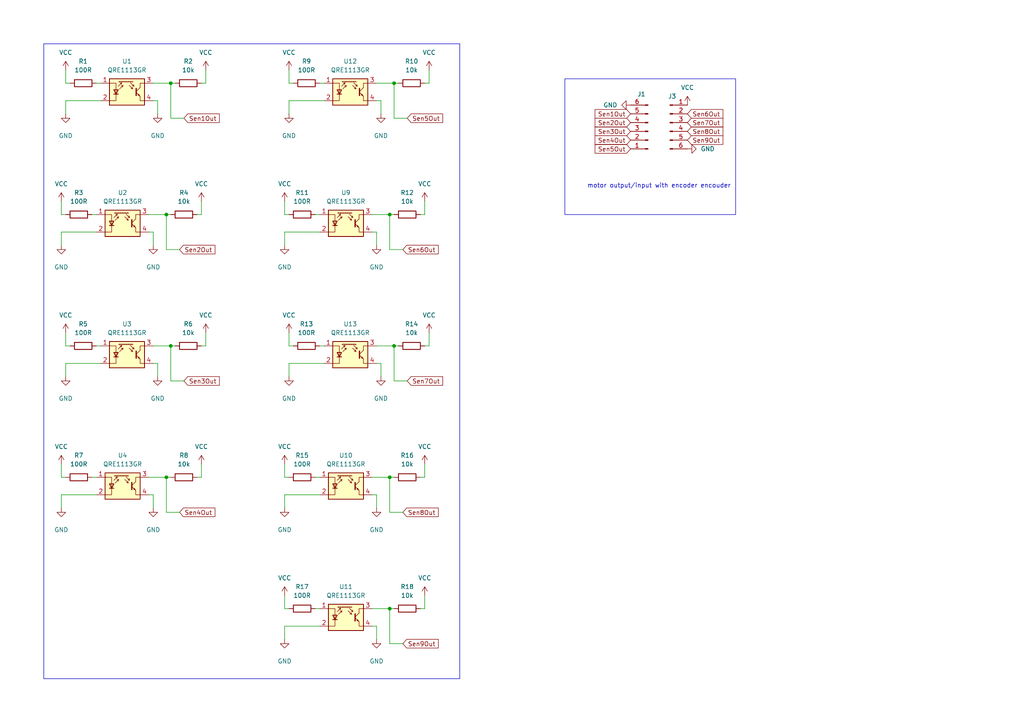
<source format=kicad_sch>
(kicad_sch (version 20250114) (generator "eeschema") (generator_version "9.0")
  (paper "A4")
  (lib_symbols
    (symbol "Connector:Conn_01x06_Pin" (pin_names (offset 1.016) (hide yes))
      (property "Reference" "J" (at 0 7.62 0))
      (property "Value" "Conn_01x06_Pin" (at 0 -10.16 0))
      (symbol "Conn_01x06_Pin_1_1"
        (rectangle (start 0.8636 5.207) (end 0 4.953) (stroke (width 0.1524)) (fill (type outline)))
        (rectangle (start 0.8636 2.667) (end 0 2.413) (stroke (width 0.1524)) (fill (type outline)))
        (rectangle (start 0.8636 0.127) (end 0 -0.127) (stroke (width 0.1524)) (fill (type outline)))
        (rectangle (start 0.8636 -2.413) (end 0 -2.667) (stroke (width 0.1524)) (fill (type outline)))
        (rectangle (start 0.8636 -4.953) (end 0 -5.207) (stroke (width 0.1524)) (fill (type outline)))
        (rectangle (start 0.8636 -7.493) (end 0 -7.747) (stroke (width 0.1524)) (fill (type outline)))
        (polyline (pts (xy 1.27 5.08) (xy 0.8636 5.08)) (stroke (width 0.1524)))
        (polyline (pts (xy 1.27 2.54) (xy 0.8636 2.54)) (stroke (width 0.1524)))
        (polyline (pts (xy 1.27 0) (xy 0.8636 0)) (stroke (width 0.1524)))
        (polyline (pts (xy 1.27 -2.54) (xy 0.8636 -2.54)) (stroke (width 0.1524)))
        (polyline (pts (xy 1.27 -5.08) (xy 0.8636 -5.08)) (stroke (width 0.1524)))
        (polyline (pts (xy 1.27 -7.62) (xy 0.8636 -7.62)) (stroke (width 0.1524)))
        (pin passive line (at 5.08 5.08 180) (length 3.81) (name "Pin_1") (number "1"))
        (pin passive line (at 5.08 2.54 180) (length 3.81) (name "Pin_2") (number "2"))
        (pin passive line (at 5.08 0 180) (length 3.81) (name "Pin_3") (number "3"))
        (pin passive line (at 5.08 -2.54 180) (length 3.81) (name "Pin_4") (number "4"))
        (pin passive line (at 5.08 -5.08 180) (length 3.81) (name "Pin_5") (number "5"))
        (pin passive line (at 5.08 -7.62 180) (length 3.81) (name "Pin_6") (number "6"))
      )
    )
    (symbol "Device:R" (pin_numbers (hide yes)) (pin_names (offset 0))
      (property "Reference" "R" (at 2.032 0 90))
      (property "Value" "R" (at 0 0 90))
      (symbol "R_0_1"
        (rectangle (start -1.016 -2.54) (end 1.016 2.54) (stroke (width 0.254)))
      )
      (symbol "R_1_1"
        (pin passive line (at 0 3.81 270) (length 1.27) (name "~") (number "1"))
        (pin passive line (at 0 -3.81 90) (length 1.27) (name "~") (number "2"))
      )
    )
    (symbol "Sensor_Proximity:QRE1113GR" (pin_names (offset 0.0254) (hide yes))
      (property "Reference" "U" (at -3.81 5.08 0))
      (property "Value" "QRE1113GR" (at 11.43 5.08 0))
      (symbol "QRE1113GR_0_1"
        (polyline (pts (xy -5.08 -2.54) (xy -3.175 -2.54) (xy -3.175 2.54) (xy -5.08 2.54)))
        (polyline (pts (xy -5.08 -3.81) (xy 5.08 -3.81) (xy 5.08 3.81) (xy -5.08 3.81) (xy -5.08 -3.81)) (stroke (width 0.254)) (fill (type background)))
        (polyline (pts (xy -3.81 -0.635) (xy -2.54 -0.635)) (stroke (width 0.254)))
        (polyline (pts (xy -3.175 -0.635) (xy -3.81 0.635) (xy -2.54 0.635) (xy -3.175 -0.635)) (stroke (width 0.254)))
        (polyline (pts (xy -2.54 1.651) (xy -1.524 2.667) (xy -2.032 2.54)))
        (polyline (pts (xy -2.286 2.921) (xy -2.032 3.175)))
        (polyline (pts (xy -2.159 0.889) (xy -1.143 1.905) (xy -1.651 1.778)))
        (polyline (pts (xy -1.778 2.921) (xy -1.524 3.175)))
        (polyline (pts (xy -1.524 2.667) (xy -1.651 2.159)))
        (polyline (pts (xy -1.27 2.921) (xy -1.016 3.175)))
        (polyline (pts (xy -1.143 1.905) (xy -1.27 1.397)))
        (polyline (pts (xy -0.762 2.921) (xy -0.508 3.175)))
        (polyline (pts (xy -0.254 2.921) (xy 0 3.175)))
        (polyline (pts (xy 0.254 2.921) (xy 0.508 3.175)))
        (polyline (pts (xy 0.635 1.905) (xy 1.651 0.889) (xy 1.524 1.397)))
        (polyline (pts (xy 0.762 2.921) (xy 1.016 3.175)))
        (polyline (pts (xy 1.016 2.667) (xy 2.032 1.651) (xy 1.905 2.159)))
        (polyline (pts (xy 1.27 2.921) (xy 1.524 3.175)))
        (polyline (pts (xy 1.651 0.889) (xy 1.143 1.016)))
        (polyline (pts (xy 1.778 2.921) (xy -2.413 2.921)))
        (polyline (pts (xy 2.032 1.651) (xy 1.524 1.778)))
        (polyline (pts (xy 2.667 1.016) (xy 2.667 -1.016) (xy 2.667 -1.016)) (stroke (width 0.3556)))
        (polyline (pts (xy 2.667 0.127) (xy 3.81 1.27)))
        (polyline (pts (xy 2.667 -0.127) (xy 3.81 -1.27)))
        (polyline (pts (xy 3.683 -1.143) (xy 3.429 -0.635) (xy 3.175 -0.889) (xy 3.683 -1.143)))
        (polyline (pts (xy 3.81 1.27) (xy 3.81 2.54) (xy 5.08 2.54)))
        (polyline (pts (xy 3.81 -1.27) (xy 3.81 -2.54) (xy 5.08 -2.54)))
      )
      (symbol "QRE1113GR_1_1"
        (pin passive line (at -7.62 2.54 0) (length 2.54) (name "A") (number "1"))
        (pin passive line (at -7.62 -2.54 0) (length 2.54) (name "K") (number "2"))
        (pin open_collector line (at 7.62 2.54 180) (length 2.54) (name "~") (number "3"))
        (pin open_emitter line (at 7.62 -2.54 180) (length 2.54) (name "~") (number "4"))
      )
    )
    (symbol "power:GND" (power) (pin_names (offset 0))
      (property "Value" "GND" (at 0 -3.81 0))
      (symbol "GND_0_1"
        (polyline (pts (xy 0 0) (xy 0 -1.27) (xy 1.27 -1.27) (xy 0 -2.54) (xy -1.27 -1.27) (xy 0 -1.27)))
      )
      (symbol "GND_1_1"
        (pin power_in line (at 0 0 270) (length 0) (hide yes) (name "GND") (number "1"))
      )
    )
    (symbol "power:VCC" (power) (pin_names (offset 0))
      (property "Value" "VCC" (at 0 3.81 0))
      (symbol "VCC_0_1"
        (polyline (pts (xy -0.762 1.27) (xy 0 2.54)))
        (polyline (pts (xy 0 2.54) (xy 0.762 1.27)))
        (polyline (pts (xy 0 0) (xy 0 2.54)))
      )
      (symbol "VCC_1_1"
        (pin power_in line (at 0 0 90) (length 0) (hide yes) (name "VCC") (number "1"))
      )
    )
  )
  (rectangle (start 12.7 12.7) (end 133.35 196.85))
  (rectangle (start 163.83 22.86) (end 213.36 62.23))
  (text "motor output/input with encoder encouder\n" (at 191.135 53.975 0) (effects (font (size 1.27 1.27))))
  (junction (at 48.26 62.23))
  (junction (at 113.03 138.43))
  (junction (at 48.26 138.43))
  (junction (at 49.53 100.33))
  (junction (at 113.03 176.53))
  (junction (at 49.53 24.13))
  (junction (at 114.3 24.13))
  (junction (at 113.03 62.23))
  (junction (at 114.3 100.33))
  (wire (pts (xy 59.69 96.52) (xy 59.69 100.33)))
  (wire (pts (xy 109.22 143.51) (xy 109.22 147.32)))
  (wire (pts (xy 109.22 29.21) (xy 110.49 29.21)))
  (wire (pts (xy 44.45 24.13) (xy 49.53 24.13)))
  (wire (pts (xy 83.82 33.02) (xy 83.82 29.21)))
  (wire (pts (xy 48.26 62.23) (xy 48.26 72.39)))
  (wire (pts (xy 110.49 105.41) (xy 110.49 109.22)))
  (wire (pts (xy 19.05 96.52) (xy 19.05 100.33)))
  (wire (pts (xy 107.95 138.43) (xy 113.03 138.43)))
  (wire (pts (xy 107.95 176.53) (xy 113.03 176.53)))
  (wire (pts (xy 114.3 24.13) (xy 114.3 34.29)))
  (wire (pts (xy 121.92 62.23) (xy 123.19 62.23)))
  (wire (pts (xy 49.53 24.13) (xy 50.8 24.13)))
  (wire (pts (xy 113.03 138.43) (xy 113.03 148.59)))
  (wire (pts (xy 43.18 62.23) (xy 48.26 62.23)))
  (wire (pts (xy 19.05 33.02) (xy 19.05 29.21)))
  (wire (pts (xy 44.45 105.41) (xy 45.72 105.41)))
  (wire (pts (xy 45.72 29.21) (xy 45.72 33.02)))
  (wire (pts (xy 113.03 62.23) (xy 114.3 62.23)))
  (wire (pts (xy 44.45 67.31) (xy 44.45 71.12)))
  (wire (pts (xy 92.71 100.33) (xy 93.98 100.33)))
  (wire (pts (xy 83.82 24.13) (xy 85.09 24.13)))
  (wire (pts (xy 82.55 71.12) (xy 82.55 67.31)))
  (wire (pts (xy 48.26 148.59) (xy 52.07 148.59)))
  (wire (pts (xy 82.55 185.42) (xy 82.55 181.61)))
  (wire (pts (xy 123.19 172.72) (xy 123.19 176.53)))
  (wire (pts (xy 91.44 176.53) (xy 92.71 176.53)))
  (wire (pts (xy 123.19 100.33) (xy 124.46 100.33)))
  (wire (pts (xy 113.03 176.53) (xy 113.03 186.69)))
  (wire (pts (xy 44.45 100.33) (xy 49.53 100.33)))
  (wire (pts (xy 27.94 100.33) (xy 29.21 100.33)))
  (wire (pts (xy 114.3 100.33) (xy 114.3 110.49)))
  (wire (pts (xy 109.22 67.31) (xy 109.22 71.12)))
  (wire (pts (xy 58.42 58.42) (xy 58.42 62.23)))
  (wire (pts (xy 49.53 24.13) (xy 49.53 34.29)))
  (wire (pts (xy 82.55 67.31) (xy 92.71 67.31)))
  (wire (pts (xy 91.44 62.23) (xy 92.71 62.23)))
  (wire (pts (xy 49.53 34.29) (xy 53.34 34.29)))
  (wire (pts (xy 26.67 138.43) (xy 27.94 138.43)))
  (wire (pts (xy 17.78 71.12) (xy 17.78 67.31)))
  (wire (pts (xy 58.42 100.33) (xy 59.69 100.33)))
  (wire (pts (xy 92.71 24.13) (xy 93.98 24.13)))
  (wire (pts (xy 82.55 134.62) (xy 82.55 138.43)))
  (wire (pts (xy 19.05 29.21) (xy 29.21 29.21)))
  (wire (pts (xy 48.26 138.43) (xy 49.53 138.43)))
  (wire (pts (xy 17.78 134.62) (xy 17.78 138.43)))
  (wire (pts (xy 26.67 62.23) (xy 27.94 62.23)))
  (wire (pts (xy 82.55 143.51) (xy 92.71 143.51)))
  (wire (pts (xy 82.55 58.42) (xy 82.55 62.23)))
  (wire (pts (xy 27.94 24.13) (xy 29.21 24.13)))
  (wire (pts (xy 43.18 143.51) (xy 44.45 143.51)))
  (wire (pts (xy 57.15 138.43) (xy 58.42 138.43)))
  (wire (pts (xy 82.55 172.72) (xy 82.55 176.53)))
  (wire (pts (xy 82.55 62.23) (xy 83.82 62.23)))
  (wire (pts (xy 107.95 143.51) (xy 109.22 143.51)))
  (wire (pts (xy 82.55 181.61) (xy 92.71 181.61)))
  (wire (pts (xy 107.95 62.23) (xy 113.03 62.23)))
  (wire (pts (xy 17.78 62.23) (xy 19.05 62.23)))
  (wire (pts (xy 107.95 181.61) (xy 109.22 181.61)))
  (wire (pts (xy 113.03 138.43) (xy 114.3 138.43)))
  (wire (pts (xy 121.92 138.43) (xy 123.19 138.43)))
  (wire (pts (xy 19.05 109.22) (xy 19.05 105.41)))
  (wire (pts (xy 113.03 186.69) (xy 116.84 186.69)))
  (wire (pts (xy 114.3 34.29) (xy 118.11 34.29)))
  (wire (pts (xy 114.3 24.13) (xy 115.57 24.13)))
  (wire (pts (xy 109.22 100.33) (xy 114.3 100.33)))
  (wire (pts (xy 109.22 24.13) (xy 114.3 24.13)))
  (wire (pts (xy 82.55 138.43) (xy 83.82 138.43)))
  (wire (pts (xy 124.46 20.32) (xy 124.46 24.13)))
  (wire (pts (xy 113.03 148.59) (xy 116.84 148.59)))
  (wire (pts (xy 58.42 24.13) (xy 59.69 24.13)))
  (wire (pts (xy 114.3 100.33) (xy 115.57 100.33)))
  (wire (pts (xy 58.42 134.62) (xy 58.42 138.43)))
  (wire (pts (xy 82.55 147.32) (xy 82.55 143.51)))
  (wire (pts (xy 113.03 176.53) (xy 114.3 176.53)))
  (wire (pts (xy 17.78 138.43) (xy 19.05 138.43)))
  (wire (pts (xy 83.82 96.52) (xy 83.82 100.33)))
  (wire (pts (xy 17.78 147.32) (xy 17.78 143.51)))
  (wire (pts (xy 83.82 105.41) (xy 93.98 105.41)))
  (wire (pts (xy 123.19 58.42) (xy 123.19 62.23)))
  (wire (pts (xy 17.78 58.42) (xy 17.78 62.23)))
  (wire (pts (xy 114.3 110.49) (xy 118.11 110.49)))
  (wire (pts (xy 107.95 67.31) (xy 109.22 67.31)))
  (wire (pts (xy 45.72 105.41) (xy 45.72 109.22)))
  (wire (pts (xy 109.22 105.41) (xy 110.49 105.41)))
  (wire (pts (xy 43.18 138.43) (xy 48.26 138.43)))
  (wire (pts (xy 124.46 96.52) (xy 124.46 100.33)))
  (wire (pts (xy 19.05 20.32) (xy 19.05 24.13)))
  (wire (pts (xy 49.53 100.33) (xy 50.8 100.33)))
  (wire (pts (xy 113.03 62.23) (xy 113.03 72.39)))
  (wire (pts (xy 110.49 29.21) (xy 110.49 33.02)))
  (wire (pts (xy 113.03 72.39) (xy 116.84 72.39)))
  (wire (pts (xy 49.53 110.49) (xy 53.34 110.49)))
  (wire (pts (xy 48.26 72.39) (xy 52.07 72.39)))
  (wire (pts (xy 57.15 62.23) (xy 58.42 62.23)))
  (wire (pts (xy 19.05 100.33) (xy 20.32 100.33)))
  (wire (pts (xy 83.82 109.22) (xy 83.82 105.41)))
  (wire (pts (xy 43.18 67.31) (xy 44.45 67.31)))
  (wire (pts (xy 48.26 138.43) (xy 48.26 148.59)))
  (wire (pts (xy 19.05 24.13) (xy 20.32 24.13)))
  (wire (pts (xy 123.19 134.62) (xy 123.19 138.43)))
  (wire (pts (xy 91.44 138.43) (xy 92.71 138.43)))
  (wire (pts (xy 83.82 29.21) (xy 93.98 29.21)))
  (wire (pts (xy 19.05 105.41) (xy 29.21 105.41)))
  (wire (pts (xy 49.53 100.33) (xy 49.53 110.49)))
  (wire (pts (xy 17.78 67.31) (xy 27.94 67.31)))
  (wire (pts (xy 59.69 20.32) (xy 59.69 24.13)))
  (wire (pts (xy 123.19 24.13) (xy 124.46 24.13)))
  (wire (pts (xy 44.45 143.51) (xy 44.45 147.32)))
  (wire (pts (xy 82.55 176.53) (xy 83.82 176.53)))
  (wire (pts (xy 123.19 176.53) (xy 121.92 176.53)))
  (wire (pts (xy 109.22 181.61) (xy 109.22 185.42)))
  (wire (pts (xy 44.45 29.21) (xy 45.72 29.21)))
  (wire (pts (xy 83.82 100.33) (xy 85.09 100.33)))
  (wire (pts (xy 17.78 143.51) (xy 27.94 143.51)))
  (wire (pts (xy 83.82 20.32) (xy 83.82 24.13)))
  (wire (pts (xy 48.26 62.23) (xy 49.53 62.23)))
  (global_label "Sen8Out" (shape input) (at 199.39 38.1 0) (property "Intersheetrefs" "${INTERSHEET_REFS}" (effects (hide yes))))
  (global_label "Sen3Out" (shape input) (at 53.34 110.49 0) (property "Intersheetrefs" "${INTERSHEET_REFS}" (effects (hide yes))))
  (global_label "Sen2Out" (shape input) (at 182.88 35.56 180) (property "Intersheetrefs" "${INTERSHEET_REFS}" (effects (hide yes))))
  (global_label "Sen7Out" (shape input) (at 199.39 35.56 0) (property "Intersheetrefs" "${INTERSHEET_REFS}" (effects (hide yes))))
  (global_label "Sen4Out" (shape input) (at 182.88 40.64 180) (property "Intersheetrefs" "${INTERSHEET_REFS}" (effects (hide yes))))
  (global_label "Sen5Out" (shape input) (at 118.11 34.29 0) (property "Intersheetrefs" "${INTERSHEET_REFS}" (effects (hide yes))))
  (global_label "Sen3Out" (shape input) (at 182.88 38.1 180) (property "Intersheetrefs" "${INTERSHEET_REFS}" (effects (hide yes))))
  (global_label "Sen1Out" (shape input) (at 53.34 34.29 0) (property "Intersheetrefs" "${INTERSHEET_REFS}" (effects (hide yes))))
  (global_label "Sen4Out" (shape input) (at 52.07 148.59 0) (property "Intersheetrefs" "${INTERSHEET_REFS}" (effects (hide yes))))
  (global_label "Sen1Out" (shape input) (at 182.88 33.02 180) (property "Intersheetrefs" "${INTERSHEET_REFS}" (effects (hide yes))))
  (global_label "Sen8Out" (shape input) (at 116.84 148.59 0) (property "Intersheetrefs" "${INTERSHEET_REFS}" (effects (hide yes))))
  (global_label "Sen7Out" (shape input) (at 118.11 110.49 0) (property "Intersheetrefs" "${INTERSHEET_REFS}" (effects (hide yes))))
  (global_label "Sen5Out" (shape input) (at 182.88 43.18 180) (property "Intersheetrefs" "${INTERSHEET_REFS}" (effects (hide yes))))
  (global_label "Sen6Out" (shape input) (at 199.39 33.02 0) (property "Intersheetrefs" "${INTERSHEET_REFS}" (effects (hide yes))))
  (global_label "Sen9Out" (shape input) (at 116.84 186.69 0) (property "Intersheetrefs" "${INTERSHEET_REFS}" (effects (hide yes))))
  (global_label "Sen9Out" (shape input) (at 199.39 40.64 0) (property "Intersheetrefs" "${INTERSHEET_REFS}" (effects (hide yes))))
  (global_label "Sen2Out" (shape input) (at 52.07 72.39 0) (property "Intersheetrefs" "${INTERSHEET_REFS}" (effects (hide yes))))
  (global_label "Sen6Out" (shape input) (at 116.84 72.39 0) (property "Intersheetrefs" "${INTERSHEET_REFS}" (effects (hide yes))))
  (symbol (lib_id "Device:R") (at 88.9 24.13 90) (unit 1)
    (property "Reference" "R9" (at 88.9 17.78 90))
    (property "Value" "100R" (at 88.9 20.32 90))
    (property "Footprint" "Resistor_SMD:R_0805_2012Metric" (effects (hide yes)))
    (property "LCSC" "C17408" (effects (hide yes)))
  )
  (symbol (lib_id "power:GND") (at 83.82 109.22 0) (unit 1)
    (property "Reference" "#PWR047" (effects (hide yes)))
    (property "Value" "GND" (at 83.82 115.57 0))
  )
  (symbol (lib_id "Device:R") (at 54.61 100.33 90) (unit 1)
    (property "Reference" "R6" (at 54.61 93.98 90))
    (property "Value" "10k" (at 54.61 96.52 90))
    (property "Footprint" "Resistor_SMD:R_0805_2012Metric" (effects (hide yes)))
    (property "LCSC" "C17414" (effects (hide yes)))
  )
  (symbol (lib_id "power:VCC") (at 58.42 58.42 0) (unit 1)
    (property "Reference" "#PWR034" (effects (hide yes)))
    (property "Value" "VCC" (at 58.42 53.34 0))
  )
  (symbol (lib_id "power:VCC") (at 83.82 96.52 0) (unit 1)
    (property "Reference" "#PWR046" (effects (hide yes)))
    (property "Value" "VCC" (at 83.82 91.44 0))
  )
  (symbol (lib_id "power:GND") (at 82.55 71.12 0) (unit 1)
    (property "Reference" "#PWR039" (effects (hide yes)))
    (property "Value" "GND" (at 82.55 77.47 0))
  )
  (symbol (lib_id "power:GND") (at 82.55 185.42 0) (unit 1)
    (property "Reference" "#PWR043" (effects (hide yes)))
    (property "Value" "GND" (at 82.55 191.77 0))
  )
  (symbol (lib_id "Device:R") (at 53.34 62.23 90) (unit 1)
    (property "Reference" "R4" (at 53.34 55.88 90))
    (property "Value" "10k" (at 53.34 58.42 90))
    (property "Footprint" "Resistor_SMD:R_0805_2012Metric" (effects (hide yes)))
    (property "LCSC" "C17414" (effects (hide yes)))
  )
  (symbol (lib_id "power:GND") (at 109.22 185.42 0) (unit 1)
    (property "Reference" "#PWR050" (effects (hide yes)))
    (property "Value" "GND" (at 109.22 191.77 0))
  )
  (symbol (lib_id "power:VCC") (at 59.69 20.32 0) (unit 1)
    (property "Reference" "#PWR036" (effects (hide yes)))
    (property "Value" "VCC" (at 59.69 15.24 0))
  )
  (symbol (lib_id "power:VCC") (at 123.19 134.62 0) (unit 1)
    (property "Reference" "#PWR054" (effects (hide yes)))
    (property "Value" "VCC" (at 123.19 129.54 0))
  )
  (symbol (lib_id "power:VCC") (at 19.05 20.32 0) (unit 1)
    (property "Reference" "#PWR012" (effects (hide yes)))
    (property "Value" "VCC" (at 19.05 15.24 0))
  )
  (symbol (lib_id "Sensor_Proximity:QRE1113GR") (at 100.33 64.77 0) (unit 1)
    (property "Reference" "U9" (at 100.33 55.88 0))
    (property "Value" "QRE1113GR" (at 100.33 58.42 0))
    (property "Footprint" "OptoDevice:OnSemi_CASE100CY" (effects (hide yes)))
    (property "Datasheet" "http://www.onsemi.com/pub/Collateral/QRE1113-D.PDF" (effects (hide yes)))
    (property "LCSC" "C232862" (effects (hide yes)))
  )
  (symbol (lib_id "Device:R") (at 118.11 138.43 90) (unit 1)
    (property "Reference" "R16" (at 118.11 132.08 90))
    (property "Value" "10k" (at 118.11 134.62 90))
    (property "Footprint" "Resistor_SMD:R_0805_2012Metric" (effects (hide yes)))
    (property "LCSC" "C17414" (effects (hide yes)))
  )
  (symbol (lib_id "power:GND") (at 17.78 147.32 0) (unit 1)
    (property "Reference" "#PWR011" (effects (hide yes)))
    (property "Value" "GND" (at 17.78 153.67 0))
  )
  (symbol (lib_id "Sensor_Proximity:QRE1113GR") (at 101.6 102.87 0) (unit 1)
    (property "Reference" "U13" (at 101.6 93.98 0))
    (property "Value" "QRE1113GR" (at 101.6 96.52 0))
    (property "Footprint" "OptoDevice:OnSemi_CASE100CY" (effects (hide yes)))
    (property "Datasheet" "http://www.onsemi.com/pub/Collateral/QRE1113-D.PDF" (effects (hide yes)))
    (property "LCSC" "C232862" (effects (hide yes)))
  )
  (symbol (lib_id "power:GND") (at 19.05 33.02 0) (unit 1)
    (property "Reference" "#PWR013" (effects (hide yes)))
    (property "Value" "GND" (at 19.05 39.37 0))
  )
  (symbol (lib_id "Device:R") (at 119.38 100.33 90) (unit 1)
    (property "Reference" "R14" (at 119.38 93.98 90))
    (property "Value" "10k" (at 119.38 96.52 90))
    (property "Footprint" "Resistor_SMD:R_0805_2012Metric" (effects (hide yes)))
    (property "LCSC" "C17414" (effects (hide yes)))
  )
  (symbol (lib_id "power:GND") (at 109.22 147.32 0) (unit 1)
    (property "Reference" "#PWR049" (effects (hide yes)))
    (property "Value" "GND" (at 109.22 153.67 0))
  )
  (symbol (lib_id "Sensor_Proximity:QRE1113GR") (at 35.56 64.77 0) (unit 1)
    (property "Reference" "U2" (at 35.56 55.88 0))
    (property "Value" "QRE1113GR" (at 35.56 58.42 0))
    (property "Footprint" "OptoDevice:OnSemi_CASE100CY" (effects (hide yes)))
    (property "Datasheet" "http://www.onsemi.com/pub/Collateral/QRE1113-D.PDF" (effects (hide yes)))
    (property "LCSC" "C232862" (effects (hide yes)))
  )
  (symbol (lib_id "power:GND") (at 109.22 71.12 0) (unit 1)
    (property "Reference" "#PWR048" (effects (hide yes)))
    (property "Value" "GND" (at 109.22 77.47 0))
  )
  (symbol (lib_id "Device:R") (at 87.63 138.43 90) (unit 1)
    (property "Reference" "R15" (at 87.63 132.08 90))
    (property "Value" "100R" (at 87.63 134.62 90))
    (property "Footprint" "Resistor_SMD:R_0805_2012Metric" (effects (hide yes)))
    (property "LCSC" "C17408" (effects (hide yes)))
  )
  (symbol (lib_id "power:GND") (at 199.39 43.18 90) (unit 1)
    (property "Reference" "#PWR065" (effects (hide yes)))
    (property "Value" "GND" (at 203.2 43.1799 90) (effects (justify right)))
  )
  (symbol (lib_id "power:VCC") (at 19.05 96.52 0) (unit 1)
    (property "Reference" "#PWR014" (effects (hide yes)))
    (property "Value" "VCC" (at 19.05 91.44 0))
  )
  (symbol (lib_id "Device:R") (at 87.63 62.23 90) (unit 1)
    (property "Reference" "R11" (at 87.63 55.88 90))
    (property "Value" "100R" (at 87.63 58.42 90))
    (property "Footprint" "Resistor_SMD:R_0805_2012Metric" (effects (hide yes)))
    (property "LCSC" "C17408" (effects (hide yes)))
  )
  (symbol (lib_id "power:VCC") (at 17.78 58.42 0) (unit 1)
    (property "Reference" "#PWR08" (effects (hide yes)))
    (property "Value" "VCC" (at 17.78 53.34 0))
  )
  (symbol (lib_id "Connector:Conn_01x06_Pin") (at 194.31 35.56 0) (unit 1)
    (property "Reference" "J3" (at 194.945 27.94 0))
    (property "Value" "Conn_01x06_Pin" (effects (hide yes)))
    (property "Footprint" "Connector_JST:JST_GH_SM06B-GHS-TB_1x06-1MP_P1.25mm_Horizontal" (effects (hide yes)))
    (property "Description" "Generic connector, single row, 01x06, script generated" (effects (hide yes)))
  )
  (symbol (lib_id "power:VCC") (at 82.55 172.72 0) (unit 1)
    (property "Reference" "#PWR042" (effects (hide yes)))
    (property "Value" "VCC" (at 82.55 167.64 0))
  )
  (symbol (lib_id "Device:R") (at 88.9 100.33 90) (unit 1)
    (property "Reference" "R13" (at 88.9 93.98 90))
    (property "Value" "100R" (at 88.9 96.52 90))
    (property "Footprint" "Resistor_SMD:R_0805_2012Metric" (effects (hide yes)))
    (property "LCSC" "C17408" (effects (hide yes)))
  )
  (symbol (lib_id "power:VCC") (at 58.42 134.62 0) (unit 1)
    (property "Reference" "#PWR035" (effects (hide yes)))
    (property "Value" "VCC" (at 58.42 129.54 0))
  )
  (symbol (lib_id "power:GND") (at 17.78 71.12 0) (unit 1)
    (property "Reference" "#PWR09" (effects (hide yes)))
    (property "Value" "GND" (at 17.78 77.47 0))
  )
  (symbol (lib_id "power:VCC") (at 17.78 134.62 0) (unit 1)
    (property "Reference" "#PWR010" (effects (hide yes)))
    (property "Value" "VCC" (at 17.78 129.54 0))
  )
  (symbol (lib_id "power:GND") (at 45.72 33.02 0) (unit 1)
    (property "Reference" "#PWR032" (effects (hide yes)))
    (property "Value" "GND" (at 45.72 39.37 0))
  )
  (symbol (lib_id "power:VCC") (at 83.82 20.32 0) (unit 1)
    (property "Reference" "#PWR044" (effects (hide yes)))
    (property "Value" "VCC" (at 83.82 15.24 0))
  )
  (symbol (lib_id "Device:R") (at 22.86 62.23 90) (unit 1)
    (property "Reference" "R3" (at 22.86 55.88 90))
    (property "Value" "100R" (at 22.86 58.42 90))
    (property "Footprint" "Resistor_SMD:R_0805_2012Metric" (effects (hide yes)))
    (property "LCSC" "C17408" (effects (hide yes)))
  )
  (symbol (lib_id "power:VCC") (at 123.19 172.72 0) (unit 1)
    (property "Reference" "#PWR055" (effects (hide yes)))
    (property "Value" "VCC" (at 123.19 167.64 0))
  )
  (symbol (lib_id "Device:R") (at 119.38 24.13 90) (unit 1)
    (property "Reference" "R10" (at 119.38 17.78 90))
    (property "Value" "10k" (at 119.38 20.32 90))
    (property "Footprint" "Resistor_SMD:R_0805_2012Metric" (effects (hide yes)))
    (property "LCSC" "C17414" (effects (hide yes)))
  )
  (symbol (lib_id "power:VCC") (at 123.19 58.42 0) (unit 1)
    (property "Reference" "#PWR053" (effects (hide yes)))
    (property "Value" "VCC" (at 123.19 53.34 0))
  )
  (symbol (lib_id "Device:R") (at 118.11 176.53 90) (unit 1)
    (property "Reference" "R18" (at 118.11 170.18 90))
    (property "Value" "10k" (at 118.11 172.72 90))
    (property "Footprint" "Resistor_SMD:R_0805_2012Metric" (effects (hide yes)))
    (property "LCSC" "C17414" (effects (hide yes)))
  )
  (symbol (lib_id "power:VCC") (at 124.46 20.32 0) (unit 1)
    (property "Reference" "#PWR056" (effects (hide yes)))
    (property "Value" "VCC" (at 124.46 15.24 0))
  )
  (symbol (lib_id "Device:R") (at 24.13 100.33 90) (unit 1)
    (property "Reference" "R5" (at 24.13 93.98 90))
    (property "Value" "100R" (at 24.13 96.52 90))
    (property "Footprint" "Resistor_SMD:R_0805_2012Metric" (effects (hide yes)))
    (property "LCSC" "C17408" (effects (hide yes)))
  )
  (symbol (lib_id "power:GND") (at 110.49 33.02 0) (unit 1)
    (property "Reference" "#PWR051" (effects (hide yes)))
    (property "Value" "GND" (at 110.49 39.37 0))
  )
  (symbol (lib_id "Device:R") (at 22.86 138.43 90) (unit 1)
    (property "Reference" "R7" (at 22.86 132.08 90))
    (property "Value" "100R" (at 22.86 134.62 90))
    (property "Footprint" "Resistor_SMD:R_0805_2012Metric" (effects (hide yes)))
    (property "LCSC" "C17408" (effects (hide yes)))
  )
  (symbol (lib_id "power:GND") (at 19.05 109.22 0) (unit 1)
    (property "Reference" "#PWR015" (effects (hide yes)))
    (property "Value" "GND" (at 19.05 115.57 0))
  )
  (symbol (lib_id "Device:R") (at 118.11 62.23 90) (unit 1)
    (property "Reference" "R12" (at 118.11 55.88 90))
    (property "Value" "10k" (at 118.11 58.42 90))
    (property "Footprint" "Resistor_SMD:R_0805_2012Metric" (effects (hide yes)))
    (property "LCSC" "C17414" (effects (hide yes)))
  )
  (symbol (lib_id "power:GND") (at 44.45 71.12 0) (unit 1)
    (property "Reference" "#PWR016" (effects (hide yes)))
    (property "Value" "GND" (at 44.45 77.47 0))
  )
  (symbol (lib_id "Sensor_Proximity:QRE1113GR") (at 101.6 26.67 0) (unit 1)
    (property "Reference" "U12" (at 101.6 17.78 0))
    (property "Value" "QRE1113GR" (at 101.6 20.32 0))
    (property "Footprint" "OptoDevice:OnSemi_CASE100CY" (effects (hide yes)))
    (property "Datasheet" "http://www.onsemi.com/pub/Collateral/QRE1113-D.PDF" (effects (hide yes)))
    (property "LCSC" "C232862" (effects (hide yes)))
  )
  (symbol (lib_id "Device:R") (at 53.34 138.43 90) (unit 1)
    (property "Reference" "R8" (at 53.34 132.08 90))
    (property "Value" "10k" (at 53.34 134.62 90))
    (property "Footprint" "Resistor_SMD:R_0805_2012Metric" (effects (hide yes)))
    (property "LCSC" "C17414" (effects (hide yes)))
  )
  (symbol (lib_id "Sensor_Proximity:QRE1113GR") (at 36.83 102.87 0) (unit 1)
    (property "Reference" "U3" (at 36.83 93.98 0))
    (property "Value" "QRE1113GR" (at 36.83 96.52 0))
    (property "Footprint" "OptoDevice:OnSemi_CASE100CY" (effects (hide yes)))
    (property "Datasheet" "http://www.onsemi.com/pub/Collateral/QRE1113-D.PDF" (effects (hide yes)))
    (property "LCSC" "C232862" (effects (hide yes)))
  )
  (symbol (lib_id "power:GND") (at 82.55 147.32 0) (unit 1)
    (property "Reference" "#PWR041" (effects (hide yes)))
    (property "Value" "GND" (at 82.55 153.67 0))
  )
  (symbol (lib_id "power:GND") (at 45.72 109.22 0) (unit 1)
    (property "Reference" "#PWR033" (effects (hide yes)))
    (property "Value" "GND" (at 45.72 115.57 0))
  )
  (symbol (lib_id "power:GND") (at 44.45 147.32 0) (unit 1)
    (property "Reference" "#PWR031" (effects (hide yes)))
    (property "Value" "GND" (at 44.45 153.67 0))
  )
  (symbol (lib_id "power:VCC") (at 82.55 134.62 0) (unit 1)
    (property "Reference" "#PWR040" (effects (hide yes)))
    (property "Value" "VCC" (at 82.55 129.54 0))
  )
  (symbol (lib_id "power:VCC") (at 82.55 58.42 0) (unit 1)
    (property "Reference" "#PWR038" (effects (hide yes)))
    (property "Value" "VCC" (at 82.55 53.34 0))
  )
  (symbol (lib_id "Sensor_Proximity:QRE1113GR") (at 100.33 179.07 0) (unit 1)
    (property "Reference" "U11" (at 100.33 170.18 0))
    (property "Value" "QRE1113GR" (at 100.33 172.72 0))
    (property "Footprint" "OptoDevice:OnSemi_CASE100CY" (effects (hide yes)))
    (property "Datasheet" "http://www.onsemi.com/pub/Collateral/QRE1113-D.PDF" (effects (hide yes)))
    (property "LCSC" "C232862" (effects (hide yes)))
  )
  (symbol (lib_id "Device:R") (at 54.61 24.13 90) (unit 1)
    (property "Reference" "R2" (at 54.61 17.78 90))
    (property "Value" "10k" (at 54.61 20.32 90))
    (property "Footprint" "Resistor_SMD:R_0805_2012Metric" (effects (hide yes)))
    (property "LCSC" "C17414" (effects (hide yes)))
  )
  (symbol (lib_id "power:VCC") (at 59.69 96.52 0) (unit 1)
    (property "Reference" "#PWR037" (effects (hide yes)))
    (property "Value" "VCC" (at 59.69 91.44 0))
  )
  (symbol (lib_id "Sensor_Proximity:QRE1113GR") (at 35.56 140.97 0) (unit 1)
    (property "Reference" "U4" (at 35.56 132.08 0))
    (property "Value" "QRE1113GR" (at 35.56 134.62 0))
    (property "Footprint" "OptoDevice:OnSemi_CASE100CY" (effects (hide yes)))
    (property "Datasheet" "http://www.onsemi.com/pub/Collateral/QRE1113-D.PDF" (effects (hide yes)))
    (property "LCSC" "C232862" (effects (hide yes)))
  )
  (symbol (lib_id "Device:R") (at 24.13 24.13 90) (unit 1)
    (property "Reference" "R1" (at 24.13 17.78 90))
    (property "Value" "100R" (at 24.13 20.32 90))
    (property "Footprint" "Resistor_SMD:R_0805_2012Metric" (effects (hide yes)))
    (property "LCSC" "C17408" (effects (hide yes)))
  )
  (symbol (lib_id "Connector:Conn_01x06_Pin") (at 187.96 38.1 180) (unit 1)
    (property "Reference" "J1" (at 186.055 27.305 0))
    (property "Value" "Conn_01x06_Pin" (effects (hide yes)))
    (property "Footprint" "Connector_JST:JST_GH_SM06B-GHS-TB_1x06-1MP_P1.25mm_Horizontal" (effects (hide yes)))
    (property "Description" "Generic connector, single row, 01x06, script generated" (effects (hide yes)))
  )
  (symbol (lib_id "Sensor_Proximity:QRE1113GR") (at 100.33 140.97 0) (unit 1)
    (property "Reference" "U10" (at 100.33 132.08 0))
    (property "Value" "QRE1113GR" (at 100.33 134.62 0))
    (property "Footprint" "OptoDevice:OnSemi_CASE100CY" (effects (hide yes)))
    (property "Datasheet" "http://www.onsemi.com/pub/Collateral/QRE1113-D.PDF" (effects (hide yes)))
    (property "LCSC" "C232862" (effects (hide yes)))
  )
  (symbol (lib_id "Sensor_Proximity:QRE1113GR") (at 36.83 26.67 0) (unit 1)
    (property "Reference" "U1" (at 36.83 17.78 0))
    (property "Value" "QRE1113GR" (at 36.83 20.32 0))
    (property "Footprint" "OptoDevice:OnSemi_CASE100CY" (effects (hide yes)))
    (property "Datasheet" "http://www.onsemi.com/pub/Collateral/QRE1113-D.PDF" (effects (hide yes)))
    (property "LCSC" "C232862" (effects (hide yes)))
  )
  (symbol (lib_id "Device:R") (at 87.63 176.53 90) (unit 1)
    (property "Reference" "R17" (at 87.63 170.18 90))
    (property "Value" "100R" (at 87.63 172.72 90))
    (property "Footprint" "Resistor_SMD:R_0805_2012Metric" (effects (hide yes)))
    (property "LCSC" "C17408" (effects (hide yes)))
  )
  (symbol (lib_id "power:VCC") (at 199.39 30.48 0) (unit 1)
    (property "Reference" "#PWR063" (effects (hide yes)))
    (property "Value" "VCC" (at 199.39 25.4 0))
  )
  (symbol (lib_id "power:VCC") (at 124.46 96.52 0) (unit 1)
    (property "Reference" "#PWR057" (effects (hide yes)))
    (property "Value" "VCC" (at 124.46 91.44 0))
  )
  (symbol (lib_id "power:GND") (at 83.82 33.02 0) (unit 1)
    (property "Reference" "#PWR045" (effects (hide yes)))
    (property "Value" "GND" (at 83.82 39.37 0))
  )
  (symbol (lib_id "power:GND") (at 110.49 109.22 0) (unit 1)
    (property "Reference" "#PWR052" (effects (hide yes)))
    (property "Value" "GND" (at 110.49 115.57 0))
  )
  (symbol (lib_id "power:GND") (at 182.88 30.48 270) (unit 1)
    (property "Reference" "#PWR064" (effects (hide yes)))
    (property "Value" "GND" (at 179.07 30.4799 90) (effects (justify right)))
  )
)
</source>
